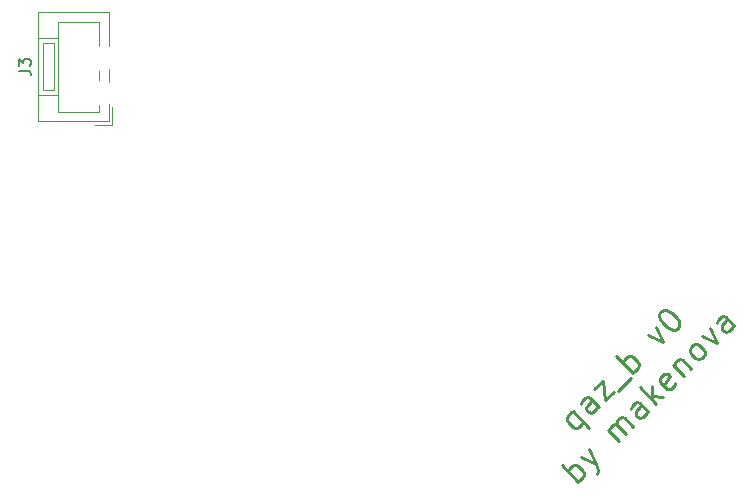
<source format=gbr>
G04 #@! TF.GenerationSoftware,KiCad,Pcbnew,(5.1.4-0-10_14)*
G04 #@! TF.CreationDate,2020-09-21T01:33:54-05:00*
G04 #@! TF.ProjectId,qaz_b,71617a5f-622e-46b6-9963-61645f706362,rev?*
G04 #@! TF.SameCoordinates,Original*
G04 #@! TF.FileFunction,Legend,Top*
G04 #@! TF.FilePolarity,Positive*
%FSLAX46Y46*%
G04 Gerber Fmt 4.6, Leading zero omitted, Abs format (unit mm)*
G04 Created by KiCad (PCBNEW (5.1.4-0-10_14)) date 2020-09-21 01:33:54*
%MOMM*%
%LPD*%
G04 APERTURE LIST*
%ADD10C,0.250000*%
%ADD11C,0.120000*%
%ADD12C,0.150000*%
G04 APERTURE END LIST*
D10*
X91610325Y-121004484D02*
X93024539Y-122418698D01*
X92485791Y-121879950D02*
X92418447Y-122081980D01*
X92149073Y-122351354D01*
X91947043Y-122418698D01*
X91812356Y-122418698D01*
X91610325Y-122351354D01*
X91206264Y-121947293D01*
X91138921Y-121745263D01*
X91138921Y-121610576D01*
X91206264Y-121408545D01*
X91475638Y-121139171D01*
X91677669Y-121071828D01*
X93832661Y-120667767D02*
X93091882Y-119926988D01*
X92889852Y-119859645D01*
X92687821Y-119926988D01*
X92418447Y-120196362D01*
X92351104Y-120398393D01*
X93765317Y-120600423D02*
X93697974Y-120802454D01*
X93361256Y-121139171D01*
X93159226Y-121206515D01*
X92957195Y-121139171D01*
X92822508Y-121004484D01*
X92755165Y-120802454D01*
X92822508Y-120600423D01*
X93159226Y-120263706D01*
X93226569Y-120061675D01*
X93428600Y-119186210D02*
X94169378Y-118445431D01*
X94371409Y-120129019D01*
X95112187Y-119388240D01*
X95448905Y-119320897D02*
X96526401Y-118243401D01*
X96728431Y-117771996D02*
X95314218Y-116357783D01*
X95852966Y-116896531D02*
X95920309Y-116694500D01*
X96189683Y-116425126D01*
X96391714Y-116357783D01*
X96526401Y-116357783D01*
X96728431Y-116425126D01*
X97132492Y-116829187D01*
X97199836Y-117031218D01*
X97199836Y-117165905D01*
X97132492Y-117367935D01*
X96863118Y-117637309D01*
X96661088Y-117704653D01*
X98007958Y-114606852D02*
X99287484Y-115212943D01*
X98681393Y-113933417D01*
X99018110Y-112653890D02*
X99152797Y-112519203D01*
X99354828Y-112451860D01*
X99489515Y-112451860D01*
X99691545Y-112519203D01*
X100028263Y-112721234D01*
X100364980Y-113057951D01*
X100567011Y-113394669D01*
X100634354Y-113596699D01*
X100634354Y-113731386D01*
X100567011Y-113933417D01*
X100432324Y-114068104D01*
X100230293Y-114135447D01*
X100095606Y-114135447D01*
X99893576Y-114068104D01*
X99556858Y-113866073D01*
X99220141Y-113529356D01*
X99018110Y-113192638D01*
X98950767Y-112990608D01*
X98950767Y-112855921D01*
X99018110Y-112653890D01*
X92090147Y-127006474D02*
X90675934Y-125592261D01*
X91214682Y-126131009D02*
X91282025Y-125928978D01*
X91551399Y-125659604D01*
X91753430Y-125592261D01*
X91888117Y-125592261D01*
X92090147Y-125659604D01*
X92494209Y-126063665D01*
X92561552Y-126265696D01*
X92561552Y-126400383D01*
X92494209Y-126602413D01*
X92224834Y-126871787D01*
X92022804Y-126939131D01*
X92292178Y-124918825D02*
X93571705Y-125524917D01*
X92965613Y-124245390D02*
X93571705Y-125524917D01*
X93773735Y-125996322D01*
X93773735Y-126131009D01*
X93706392Y-126333039D01*
X95524666Y-123571955D02*
X94581857Y-122629146D01*
X94716544Y-122763833D02*
X94716544Y-122629146D01*
X94783888Y-122427116D01*
X94985918Y-122225085D01*
X95187949Y-122157742D01*
X95389979Y-122225085D01*
X96130758Y-122965864D01*
X95389979Y-122225085D02*
X95322636Y-122023055D01*
X95389979Y-121821024D01*
X95592010Y-121618994D01*
X95794040Y-121551650D01*
X95996071Y-121618994D01*
X96736849Y-122359772D01*
X98016376Y-121080246D02*
X97275597Y-120339467D01*
X97073567Y-120272124D01*
X96871536Y-120339467D01*
X96602162Y-120608841D01*
X96534819Y-120810872D01*
X97949032Y-121012902D02*
X97881689Y-121214933D01*
X97544971Y-121551650D01*
X97342941Y-121618994D01*
X97140910Y-121551650D01*
X97006223Y-121416963D01*
X96938880Y-121214933D01*
X97006223Y-121012902D01*
X97342941Y-120676185D01*
X97410284Y-120474154D01*
X98689811Y-120406811D02*
X97275597Y-118992597D01*
X98285750Y-119733376D02*
X99228559Y-119868063D01*
X98285750Y-118925254D02*
X98285750Y-120002750D01*
X100306055Y-118655880D02*
X100238711Y-118857910D01*
X99969337Y-119127284D01*
X99767307Y-119194628D01*
X99565276Y-119127284D01*
X99026528Y-118588536D01*
X98959185Y-118386506D01*
X99026528Y-118184475D01*
X99295902Y-117915101D01*
X99497933Y-117847758D01*
X99699963Y-117915101D01*
X99834650Y-118049788D01*
X99295902Y-118857910D01*
X100104024Y-117106979D02*
X101046833Y-118049788D01*
X100238711Y-117241666D02*
X100238711Y-117106979D01*
X100306055Y-116904949D01*
X100508085Y-116702918D01*
X100710116Y-116635575D01*
X100912146Y-116702918D01*
X101652925Y-117443697D01*
X102528390Y-116568231D02*
X102326360Y-116635575D01*
X102191673Y-116635575D01*
X101989642Y-116568231D01*
X101585581Y-116164170D01*
X101518238Y-115962140D01*
X101518238Y-115827453D01*
X101585581Y-115625422D01*
X101787612Y-115423392D01*
X101989642Y-115356048D01*
X102124329Y-115356048D01*
X102326360Y-115423392D01*
X102730421Y-115827453D01*
X102797764Y-116029483D01*
X102797764Y-116164170D01*
X102730421Y-116366201D01*
X102528390Y-116568231D01*
X102528390Y-114682613D02*
X103807917Y-115288705D01*
X103201825Y-114009178D01*
X105289474Y-113807147D02*
X104548696Y-113066369D01*
X104346665Y-112999025D01*
X104144635Y-113066369D01*
X103875261Y-113335743D01*
X103807917Y-113537773D01*
X105222131Y-113739804D02*
X105154787Y-113941834D01*
X104818070Y-114278552D01*
X104616039Y-114345896D01*
X104414009Y-114278552D01*
X104279322Y-114143865D01*
X104211978Y-113941834D01*
X104279322Y-113739804D01*
X104616039Y-113403086D01*
X104683383Y-113201056D01*
D11*
X52622000Y-96767000D02*
X52622000Y-95267000D01*
X51122000Y-96767000D02*
X52622000Y-96767000D01*
X51522000Y-92972000D02*
X51522000Y-92242000D01*
X51522000Y-88047000D02*
X51522000Y-90107000D01*
X48052000Y-88047000D02*
X51522000Y-88047000D01*
X48052000Y-89467000D02*
X48052000Y-88047000D01*
X51522000Y-95667000D02*
X51522000Y-95107000D01*
X48052000Y-95667000D02*
X51522000Y-95667000D01*
X48052000Y-94247000D02*
X48052000Y-95667000D01*
X46752000Y-89867000D02*
X46752000Y-93847000D01*
X47652000Y-89867000D02*
X46752000Y-89867000D01*
X47652000Y-93847000D02*
X47652000Y-89867000D01*
X46752000Y-93847000D02*
X47652000Y-93847000D01*
X46352000Y-89467000D02*
X46352000Y-94247000D01*
X48052000Y-89467000D02*
X46352000Y-89467000D01*
X48052000Y-94247000D02*
X48052000Y-89467000D01*
X46352000Y-94247000D02*
X48052000Y-94247000D01*
X52322000Y-93147000D02*
X52322000Y-92067000D01*
X52322000Y-87247000D02*
X52322000Y-90147000D01*
X46352000Y-87247000D02*
X52322000Y-87247000D01*
X46352000Y-96467000D02*
X46352000Y-87247000D01*
X52322000Y-96467000D02*
X46352000Y-96467000D01*
X52322000Y-95067000D02*
X52322000Y-96467000D01*
D12*
X44714380Y-92190333D02*
X45428666Y-92190333D01*
X45571523Y-92237952D01*
X45666761Y-92333190D01*
X45714380Y-92476047D01*
X45714380Y-92571285D01*
X44714380Y-91809380D02*
X44714380Y-91190333D01*
X45095333Y-91523666D01*
X45095333Y-91380809D01*
X45142952Y-91285571D01*
X45190571Y-91237952D01*
X45285809Y-91190333D01*
X45523904Y-91190333D01*
X45619142Y-91237952D01*
X45666761Y-91285571D01*
X45714380Y-91380809D01*
X45714380Y-91666523D01*
X45666761Y-91761761D01*
X45619142Y-91809380D01*
M02*

</source>
